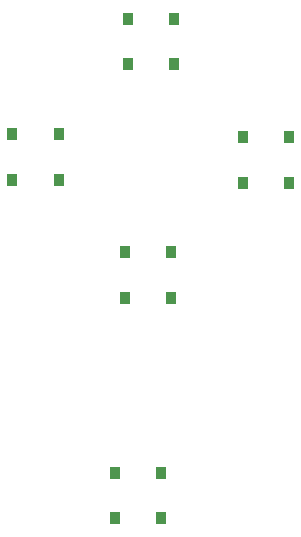
<source format=gbr>
%TF.GenerationSoftware,KiCad,Pcbnew,7.0.5*%
%TF.CreationDate,2023-06-28T16:16:01+01:00*%
%TF.ProjectId,buttonsSuper,62757474-6f6e-4735-9375-7065722e6b69,rev?*%
%TF.SameCoordinates,Original*%
%TF.FileFunction,Soldermask,Bot*%
%TF.FilePolarity,Negative*%
%FSLAX46Y46*%
G04 Gerber Fmt 4.6, Leading zero omitted, Abs format (unit mm)*
G04 Created by KiCad (PCBNEW 7.0.5) date 2023-06-28 16:16:01*
%MOMM*%
%LPD*%
G01*
G04 APERTURE LIST*
%ADD10R,0.900000X1.000000*%
G04 APERTURE END LIST*
D10*
%TO.C,U2*%
X188125000Y-140375000D03*
X192025178Y-140375000D03*
X188125000Y-144235046D03*
X192025178Y-144235046D03*
%TD*%
%TO.C,U3*%
X188925038Y-121694977D03*
X192825216Y-121694977D03*
X188925038Y-125555023D03*
X192825216Y-125555023D03*
%TD*%
%TO.C,U4*%
X198925038Y-111944977D03*
X202825216Y-111944977D03*
X198925038Y-115805023D03*
X202825216Y-115805023D03*
%TD*%
%TO.C,U1*%
X179425038Y-111694977D03*
X183325216Y-111694977D03*
X179425038Y-115555023D03*
X183325216Y-115555023D03*
%TD*%
%TO.C,U5*%
X189175038Y-101944977D03*
X193075216Y-101944977D03*
X189175038Y-105805023D03*
X193075216Y-105805023D03*
%TD*%
M02*

</source>
